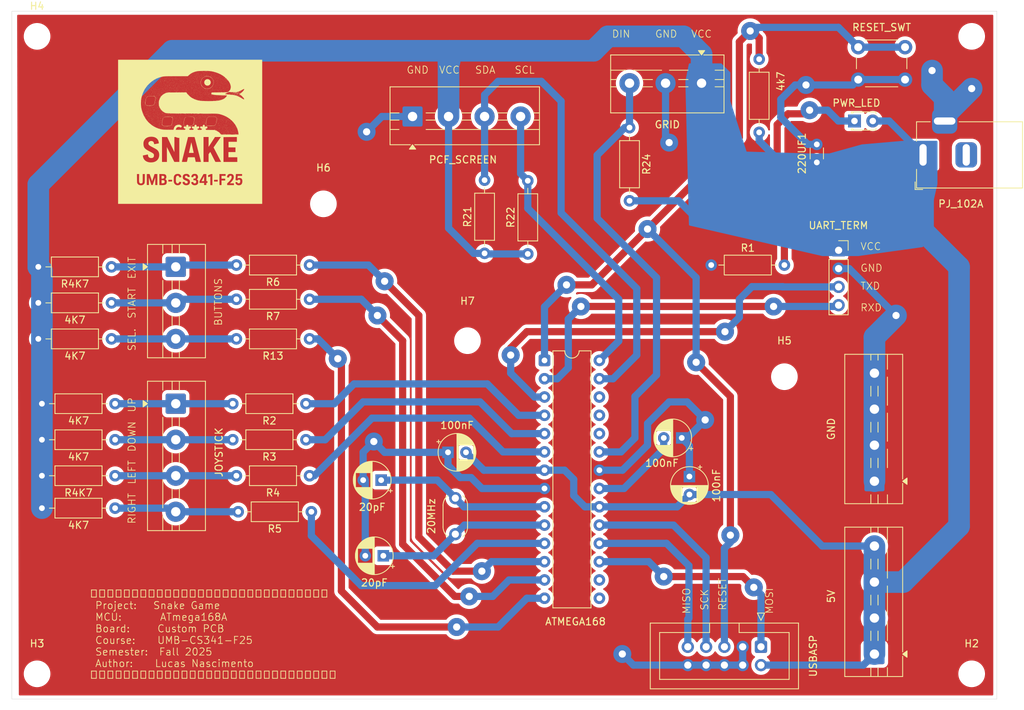
<source format=kicad_pcb>
(kicad_pcb (version 20241229) (generator "pcbnew") (generator_version "9.0")
  (layers (0 "F.Cu" signal) (2 "B.Cu" signal) (13 "F.Paste" user) (15 "B.Paste" user) (5 "F.SilkS" user "F.Silkscreen") (7 "B.SilkS" user "B.Silkscreen") (1 "F.Mask" user) (3 "B.Mask" user) (25 "Edge.Cuts" user))
  (net 0 "")
  (net 1 "/SCL")
  (net 2 "/SDA")
  (net 3 "Net-(U1-PD5)")
  (net 4 "Net-(U1-XTAL2{slash}PB7)")
  (net 6 "Net-(U1-XTAL1{slash}PB6)")
  (net 7 "GND")
  (net 8 "Net-(U1-PD7)")
  (net 9 "Net-(U1-AREF)")
  (net 10 "/SCK")
  (net 12 "Net-(U1-PD2)")
  (net 13 "/MISO")
  (net 14 "Net-(U1-PD6)")
  (net 15 "Net-(U1-PD3)")
  (net 16 "/TXD")
  (net 17 "/RESET")
  (net 19 "Net-(U1-PD4)")
  (net 20 "/MOSI")
  (net 21 "/RXD")
  (net 22 "Net-(U1-PB0)")
  (net 23 "/DIN_GRID")
  (net 24 "/JS_UP")
  (net 25 "/JS_DOWN")
  (net 26 "/JS_LEFT")
  (net 27 "/JS_RIGHT")
  (net 28 "/B_EXIT")
  (net 29 "/B_START")
  (net 30 "/B_SELECT")
  (net 31 "VCC")
  (net 35 "Net-(D1-K)")
  (footprint "LED_THT:LED_D1.8mm_W3.3mm_H2.4mm" (layer "F.Cu") (at 151.73 41.75)
    (property "Reference" "PWR_LED" (at 0.27 -2.5 0) (layer "F.SilkS"))
    (property "Value" "LED")
    (pad "1" thru_hole rect (at 0 0) (size 1.8 1.8) (drill 0.9) (layers "*.Cu" "*.Mask") (net 35 "Net-(D1-K)"))
    (pad "2" thru_hole circle (at 2.54 0) (size 1.8 1.8) (drill 0.9) (layers "*.Cu" "*.Mask") (net 31 "VCC"))
  )
  (footprint "Resistor_THT:R_Axial_DIN0207_L6.3mm_D2.5mm_P10.16mm_Horizontal" (layer "F.Cu") (at 106.375 60.205 90)
    (property "Reference" "R22" (at 5.08 -2.37 90) (layer "F.SilkS"))
    (property "Value" "4.7k")
    (pad "1" thru_hole circle (at 0 0 90) (size 1.6 1.6) (drill 0.8) (layers "*.Cu" "*.Mask") (net 31 "VCC"))
    (pad "2" thru_hole oval (at 10.16 0 90) (size 1.6 1.6) (drill 0.8) (layers "*.Cu" "*.Mask") (net 1 "/SCL"))
  )
  (footprint "Resistor_THT:R_Axial_DIN0207_L6.3mm_D2.5mm_P10.16mm_Horizontal" (layer "F.Cu") (at 76.33 96 180)
    (property "Reference" "R5" (at 5.08 -2.37 0) (layer "F.SilkS"))
    (property "Value" "100")
    (pad "1" thru_hole circle (at 0 0 180) (size 1.6 1.6) (drill 0.8) (layers "*.Cu" "*.Mask") (net 3 "Net-(U1-PD5)"))
    (pad "2" thru_hole oval (at 10.16 0 180) (size 1.6 1.6) (drill 0.8) (layers "*.Cu" "*.Mask") (net 27 "/JS_RIGHT"))
  )
  (footprint "Connector_IDC:IDC-Header_2x05_P2.54mm_Vertical" (layer "F.Cu") (at 138.75 114.75 -90)
    (property "Reference" "USBASP" (at 1.27 -7.25 90) (layer "F.SilkS"))
    (property "Value" "USB_ASP")
    (pad "1" thru_hole roundrect (at 0 0 270) (size 1.7 1.7) (drill 1) (layers "*.Cu" "*.Mask") (roundrect_rratio 0.147059) (net 20 "/MOSI"))
    (pad "2" thru_hole circle (at 2.54 0 270) (size 1.7 1.7) (drill 1) (layers "*.Cu" "*.Mask") (net 31 "VCC"))
    (pad "3" thru_hole circle (at 0 2.54 270) (size 1.7 1.7) (drill 1) (layers "*.Cu" "*.Mask") (net 7 "GND"))
    (pad "4" thru_hole circle (at 2.54 2.54 270) (size 1.7 1.7) (drill 1) (layers "*.Cu" "*.Mask") (net 7 "GND"))
    (pad "5" thru_hole circle (at 0 5.08 270) (size 1.7 1.7) (drill 1) (layers "*.Cu" "*.Mask") (net 17 "/RESET"))
    (pad "6" thru_hole circle (at 2.54 5.08 270) (size 1.7 1.7) (drill 1) (layers "*.Cu" "*.Mask") (net 7 "GND"))
    (pad "7" thru_hole circle (at 0 7.62 270) (size 1.7 1.7) (drill 1) (layers "*.Cu" "*.Mask") (net 10 "/SCK"))
    (pad "8" thru_hole circle (at 2.54 7.62 270) (size 1.7 1.7) (drill 1) (layers "*.Cu" "*.Mask") (net 7 "GND"))
    (pad "9" thru_hole circle (at 0 10.16 270) (size 1.7 1.7) (drill 1) (layers "*.Cu" "*.Mask") (net 13 "/MISO"))
    (pad "10" thru_hole circle (at 2.54 10.16 270) (size 1.7 1.7) (drill 1) (layers "*.Cu" "*.Mask") (net 7 "GND"))
  )
  (footprint "Connector_Pin:snake" (layer "F.Cu") (at 59.5 43.25)
    (property "Reference" "G***" (at 0 0 0) (layer "F.SilkS") (effects (font (size 1.5 1.5) (thickness 0.3))))
    (property "Value" "LOGO" (hide yes))
  )
  (footprint "Capacitor_THT:CP_Radial_D5.0mm_P2.50mm" (layer "F.Cu") (at 95.294888 87.75)
    (property "Reference" "100nF" (at 1.25 -3.75 0) (layer "F.SilkS"))
    (property "Value" "C_Small")
    (pad "1" thru_hole rect (at 0 0) (size 1.6 1.6) (drill 0.8) (layers "*.Cu" "*.Mask") (net 7 "GND"))
    (pad "2" thru_hole circle (at 2.5 0) (size 1.6 1.6) (drill 0.8) (layers "*.Cu" "*.Mask") (net 31 "VCC"))
  )
  (footprint "TerminalBlock:TerminalBlock_MaiXu_MX126-5.0-03P_1x03_P5.00mm" (layer "F.Cu") (at 57.5 62 -90)
    (property "Reference" "J5" (hide yes))
    (property "Value" "BUTTONS")
    (pad "1" thru_hole roundrect (at 0 0 270) (size 2.8 2.8) (drill 1.3) (layers "*.Cu" "*.Mask") (roundrect_rratio 0.089286) (net 28 "/B_EXIT"))
    (pad "2" thru_hole circle (at 5 0 270) (size 2.8 2.8) (drill 1.3) (layers "*.Cu" "*.Mask") (net 29 "/B_START"))
    (pad "3" thru_hole circle (at 10 0 270) (size 2.8 2.8) (drill 1.3) (layers "*.Cu" "*.Mask") (net 30 "/B_SELECT"))
  )
  (footprint "MountingHole:MountingHole_3.2mm_M3" (layer "F.Cu") (at 98 72.25)
    (property "Reference" "H7" (at 0 -5.5 0) (layer "F.SilkS"))
    (property "Value" "MountingHole")
    (pad "" np_thru_hole circle (at 0 0) (size 3.2 3.2) (drill 3.2) (layers "*.Cu" "*.Mask"))
  )
  (footprint "Capacitor_THT:CP_Radial_D5.0mm_P2.50mm" (layer "F.Cu") (at 128.815 91.11 -90)
    (property "Reference" "100nF" (at 1.25 -3.75 90) (layer "F.SilkS"))
    (property "Value" "C_Small")
    (pad "1" thru_hole rect (at 0 0 270) (size 1.6 1.6) (drill 0.8) (layers "*.Cu" "*.Mask") (net 7 "GND"))
    (pad "2" thru_hole circle (at 2.5 0 270) (size 1.6 1.6) (drill 0.8) (layers "*.Cu" "*.Mask") (net 31 "VCC"))
  )
  (footprint "Resistor_THT:R_Axial_DIN0207_L6.3mm_D2.5mm_P10.16mm_Horizontal" (layer "F.Cu") (at 76.08 72 180)
    (property "Reference" "R13" (at 5.08 -2.37 0) (layer "F.SilkS"))
    (property "Value" "100")
    (pad "1" thru_hole circle (at 0 0 180) (size 1.6 1.6) (drill 0.8) (layers "*.Cu" "*.Mask") (net 22 "Net-(U1-PB0)"))
    (pad "2" thru_hole oval (at 10.16 0 180) (size 1.6 1.6) (drill 0.8) (layers "*.Cu" "*.Mask") (net 30 "/B_SELECT"))
  )
  (footprint "Resistor_THT:R_Axial_DIN0207_L6.3mm_D2.5mm_P10.16mm_Horizontal" (layer "F.Cu") (at 131.84 61.75)
    (property "Reference" "R1" (at 5.08 -2.37 0) (layer "F.SilkS"))
    (property "Value" "100")
    (pad "1" thru_hole circle (at 0 0) (size 1.6 1.6) (drill 0.8) (layers "*.Cu" "*.Mask") (net 7 "GND"))
    (pad "2" thru_hole circle (at 10.16 0) (size 1.6 1.6) (drill 0.8) (layers "*.Cu" "*.Mask") (net 35 "Net-(D1-K)"))
  )
  (footprint "Connector_PinSocket_2.54mm:PinSocket_1x04_P2.54mm_Vertical" (layer "F.Cu") (at 149.525 59.7)
    (property "Reference" "UART_TERM" (at -0.025 -3.45 0) (layer "F.SilkS"))
    (property "Value" "UART_TERM")
    (pad "1" thru_hole rect (at 0 0) (size 1.7 1.7) (drill 1) (layers "*.Cu" "*.Mask") (net 31 "VCC"))
    (pad "2" thru_hole circle (at 0 2.54) (size 1.7 1.7) (drill 1) (layers "*.Cu" "*.Mask") (net 7 "GND"))
    (pad "3" thru_hole circle (at 0 5.08) (size 1.7 1.7) (drill 1) (layers "*.Cu" "*.Mask") (net 16 "/TXD"))
    (pad "4" thru_hole circle (at 0 7.62) (size 1.7 1.7) (drill 1) (layers "*.Cu" "*.Mask") (net 21 "/RXD"))
  )
  (footprint "Capacitor_THT:CP_Radial_D5.0mm_P2.50mm" (layer "F.Cu") (at 86.020113 91.61 180)
    (property "Reference" "20pF" (at 1.25 -3.75 0) (layer "F.SilkS"))
    (property "Value" "C_Small")
    (pad "1" thru_hole rect (at 0 0 180) (size 1.6 1.6) (drill 0.8) (layers "*.Cu" "*.Mask") (net 6 "Net-(U1-XTAL1{slash}PB6)"))
    (pad "2" thru_hole circle (at 2.5 0 180) (size 1.6 1.6) (drill 0.8) (layers "*.Cu" "*.Mask") (net 7 "GND"))
  )
  (footprint "Capacitor_THT:C_Disc_D3.0mm_W1.6mm_P2.50mm" (layer "F.Cu") (at 146.5 47.5 90)
    (property "Reference" "220UF1" (at 1.25 -2.05 90) (layer "F.SilkS"))
    (property "Value" "C_Polarized")
    (pad "1" thru_hole circle (at 0 0 90) (size 1.6 1.6) (drill 0.8) (layers "*.Cu" "*.Mask") (net 31 "VCC"))
    (pad "2" thru_hole circle (at 2.5 0 90) (size 1.6 1.6) (drill 0.8) (layers "*.Cu" "*.Mask") (net 7 "GND"))
  )
  (footprint "Resistor_THT:R_Axial_DIN0207_L6.3mm_D2.5mm_P10.16mm_Horizontal" (layer "F.Cu") (at 49.08 91 180)
    (property "Reference" "R4K7" (at 5.08 -2.37 0) (layer "F.SilkS"))
    (property "Value" "4.7k")
    (pad "1" thru_hole circle (at 0 0 180) (size 1.6 1.6) (drill 0.8) (layers "*.Cu" "*.Mask") (net 26 "/JS_LEFT"))
    (pad "2" thru_hole oval (at 10.16 0 180) (size 1.6 1.6) (drill 0.8) (layers "*.Cu" "*.Mask") (net 31 "VCC"))
  )
  (footprint "Resistor_THT:R_Axial_DIN0207_L6.3mm_D2.5mm_P10.16mm_Horizontal" (layer "F.Cu") (at 76.08 61.75 180)
    (property "Reference" "R6" (at 5.08 -2.37 0) (layer "F.SilkS"))
    (property "Value" "100")
    (pad "1" thru_hole circle (at 0 0 180) (size 1.6 1.6) (drill 0.8) (layers "*.Cu" "*.Mask") (net 14 "Net-(U1-PD6)"))
    (pad "2" thru_hole oval (at 10.16 0 180) (size 1.6 1.6) (drill 0.8) (layers "*.Cu" "*.Mask") (net 28 "/B_EXIT"))
  )
  (footprint "Connector_BarrelJack:BarrelJack_Horizontal" (layer "F.Cu") (at 161.25 46.4575 180)
    (property "Reference" "PJ_102A" (at -5.25 -6.7925 0) (layer "F.SilkS"))
    (property "Value" "PJ-102A")
    (pad "1" thru_hole rect (at 0 0 180) (size 3.5 3.5) (drill oval 1 3) (layers "*.Cu" "*.Mask") (net 31 "VCC"))
    (pad "2" thru_hole roundrect (at -6 0 180) (size 3 3.5) (drill oval 1 3) (layers "*.Cu" "*.Mask"))
    (pad "3" thru_hole roundrect (at -3 4.7 180) (size 3.5 3.5) (drill oval 3 1) (layers "*.Cu" "*.Mask") (net 7 "GND"))
  )
  (footprint "Resistor_THT:R_Axial_DIN0207_L6.3mm_D2.5mm_P10.16mm_Horizontal" (layer "F.Cu") (at 76.08 91 180)
    (property "Reference" "R4" (at 5.08 -2.37 0) (layer "F.SilkS"))
    (property "Value" "100")
    (pad "1" thru_hole circle (at 0 0 180) (size 1.6 1.6) (drill 0.8) (layers "*.Cu" "*.Mask") (net 19 "Net-(U1-PD4)"))
    (pad "2" thru_hole oval (at 10.16 0 180) (size 1.6 1.6) (drill 0.8) (layers "*.Cu" "*.Mask") (net 26 "/JS_LEFT"))
  )
  (footprint "TerminalBlock:TerminalBlock_MaiXu_MX126-5.0-04P_1x04_P5.00mm" (layer "F.Cu") (at 154.5 115.76 90)
    (property "Reference" "5V" (at 8.01 -6 90) (layer "F.SilkS"))
    (property "Value" "VCC")
    (pad "1" thru_hole roundrect (at 0 0 90) (size 2.8 2.8) (drill 1.3) (layers "*.Cu" "*.Mask") (roundrect_rratio 0.089286) (net 31 "VCC"))
    (pad "2" thru_hole circle (at 5 0 90) (size 2.8 2.8) (drill 1.3) (layers "*.Cu" "*.Mask") (net 31 "VCC"))
    (pad "3" thru_hole circle (at 10 0 90) (size 2.8 2.8) (drill 1.3) (layers "*.Cu" "*.Mask") (net 31 "VCC"))
    (pad "4" thru_hole circle (at 15 0 90) (size 2.8 2.8) (drill 1.3) (layers "*.Cu" "*.Mask") (net 31 "VCC"))
  )
  (footprint "Resistor_THT:R_Axial_DIN0207_L6.3mm_D2.5mm_P10.16mm_Horizontal" (layer "F.Cu") (at 138.5 33.17 -90)
    (property "Reference" "4k7" (at 3.08 -3 90) (layer "F.SilkS"))
    (property "Value" "4.7k")
    (pad "1" thru_hole circle (at 0 0 270) (size 1.6 1.6) (drill 0.8) (layers "*.Cu" "*.Mask") (net 17 "/RESET"))
    (pad "2" thru_hole oval (at 10.16 0 270) (size 1.6 1.6) (drill 0.8) (layers "*.Cu" "*.Mask") (net 31 "VCC"))
  )
  (footprint "MountingHole:MountingHole_3.2mm_M3" (layer "F.Cu") (at 38.25 30)
    (property "Reference" "H4" (at 0 -4.2 0) (layer "F.SilkS"))
    (property "Value" "MountingHole")
    (pad "" np_thru_hole circle (at 0 0) (size 3.2 3.2) (drill 3.2) (layers "*.Cu" "*.Mask"))
  )
  (footprint "Capacitor_THT:CP_Radial_D5.0mm_P2.50mm" (layer "F.Cu") (at 127.75 85.75 180)
    (property "Reference" "100nF" (at 2.75 -3.5 0) (layer "F.SilkS"))
    (property "Value" "C_Small")
    (pad "1" thru_hole rect (at 0 0 180) (size 1.6 1.6) (drill 0.8) (layers "*.Cu" "*.Mask") (net 7 "GND"))
    (pad "2" thru_hole circle (at 2.5 0 180) (size 1.6 1.6) (drill 0.8) (layers "*.Cu" "*.Mask") (net 9 "Net-(U1-AREF)"))
  )
  (footprint "Resistor_THT:R_Axial_DIN0207_L6.3mm_D2.5mm_P10.16mm_Horizontal" (layer "F.Cu") (at 75.58 86 180)
    (property "Reference" "R3" (at 5.08 -2.37 0) (layer "F.SilkS"))
    (property "Value" "100")
    (pad "1" thru_hole circle (at 0 0 180) (size 1.6 1.6) (drill 0.8) (layers "*.Cu" "*.Mask") (net 15 "Net-(U1-PD3)"))
    (pad "2" thru_hole oval (at 10.16 0 180) (size 1.6 1.6) (drill 0.8) (layers "*.Cu" "*.Mask") (net 25 "/JS_DOWN"))
  )
  (footprint "Resistor_THT:R_Axial_DIN0207_L6.3mm_D2.5mm_P10.16mm_Horizontal" (layer "F.Cu") (at 48.58 67 180)
    (property "Reference" "4K7" (at 5.08 -2.37 0) (layer "F.SilkS"))
    (property "Value" "4.7k")
    (pad "1" thru_hole circle (at 0 0 180) (size 1.6 1.6) (drill 0.8) (layers "*.Cu" "*.Mask") (net 29 "/B_START"))
    (pad "2" thru_hole oval (at 10.16 0 180) (size 1.6 1.6) (drill 0.8) (layers "*.Cu" "*.Mask") (net 31 "VCC"))
  )
  (footprint "TerminalBlock:TerminalBlock_MaiXu_MX126-5.0-04P_1x04_P5.00mm" (layer "F.Cu") (at 90.375 41.125)
    (property "Reference" "PCF_SCREEN" (at 7 6 0) (layer "F.SilkS"))
    (property "Value" "PCF_SCREEN")
    (pad "1" thru_hole roundrect (at 0 0) (size 2.8 2.8) (drill 1.3) (layers "*.Cu" "*.Mask") (roundrect_rratio 0.089286) (net 7 "GND"))
    (pad "2" thru_hole circle (at 5 0) (size 2.8 2.8) (drill 1.3) (layers "*.Cu" "*.Mask") (net 31 "VCC"))
    (pad "3" thru_hole circle (at 10 0) (size 2.8 2.8) (drill 1.3) (layers "*.Cu" "*.Mask") (net 2 "/SDA"))
    (pad "4" thru_hole circle (at 15 0) (size 2.8 2.8) (drill 1.3) (layers "*.Cu" "*.Mask") (net 1 "/SCL"))
  )
  (footprint "Resistor_THT:R_Axial_DIN0207_L6.3mm_D2.5mm_P10.16mm_Horizontal" (layer "F.Cu") (at 49.08 95.5 180)
    (property "Reference" "4K7" (at 5.08 -2.37 0) (layer "F.SilkS"))
    (property "Value" "4.7k")
    (pad "1" thru_hole circle (at 0 0 180) (size 1.6 1.6) (drill 0.8) (layers "*.Cu" "*.Mask") (net 27 "/JS_RIGHT"))
    (pad "2" thru_hole oval (at 10.16 0 180) (size 1.6 1.6) (drill 0.8) (layers "*.Cu" "*.Mask") (net 31 "VCC"))
  )
  (footprint "MountingHole:MountingHole_3.2mm_M3" (layer "F.Cu") (at 38.25 118.5)
    (property "Reference" "H3" (at 0 -4.2 0) (layer "F.SilkS"))
    (property "Value" "MountingHole")
    (pad "" np_thru_hole circle (at 0 0) (size 3.2 3.2) (drill 3.2) (layers "*.Cu" "*.Mask"))
  )
  (footprint "TerminalBlock:TerminalBlock_MaiXu_MX126-5.0-04P_1x04_P5.00mm" (layer "F.Cu") (at 154.5 91.76 90)
    (property "Reference" "GND" (at 7.25 -6 90) (layer "F.SilkS"))
    (property "Value" "GROUND")
    (pad "1" thru_hole roundrect (at 0 0 90) (size 2.8 2.8) (drill 1.3) (layers "*.Cu" "*.Mask") (roundrect_rratio 0.089286) (net 7 "GND"))
    (pad "2" thru_hole circle (at 5 0 90) (size 2.8 2.8) (drill 1.3) (layers "*.Cu" "*.Mask") (net 7 "GND"))
    (pad "3" thru_hole circle (at 10 0 90) (size 2.8 2.8) (drill 1.3) (layers "*.Cu" "*.Mask") (net 7 "GND"))
    (pad "4" thru_hole circle (at 15 0 90) (size 2.8 2.8) (drill 1.3) (layers "*.Cu" "*.Mask") (net 7 "GND"))
  )
  (footprint "Button_Switch_THT:SW_PUSH_6mm" (layer "F.Cu") (at 152.25 31.5)
    (property "Reference" "RESET_SWT" (at 3.25 -2.75 0) (layer "F.SilkS"))
    (property "Value" "SW_Push")
    (pad "1" thru_hole circle (at 0 0 90) (size 2 2) (drill 1.1) (layers "*.Cu" "*.Mask") (net 17 "/RESET"))
    (pad "1" thru_hole circle (at 6.5 0 90) (size 2 2) (drill 1.1) (layers "*.Cu" "*.Mask") (net 17 "/RESET"))
    (pad "2" thru_hole circle (at 0 4.5 90) (size 2 2) (drill 1.1) (layers "*.Cu" "*.Mask") (net 7 "GND"))
    (pad "2" thru_hole circle (at 6.5 4.5 90) (size 2 2) (drill 1.1) (layers "*.Cu" "*.Mask") (net 7 "GND"))
  )
  (footprint "Resistor_THT:R_Axial_DIN0207_L6.3mm_D2.5mm_P10.16mm_Horizontal" (layer "F.Cu") (at 76.08 66.5 180)
    (property "Reference" "R7" (at 5.08 -2.37 0) (layer "F.SilkS"))
    (property "Value" "100")
    (pad "1" thru_hole circle (at 0 0 180) (size 1.6 1.6) (drill 0.8) (layers "*.Cu" "*.Mask") (net 8 "Net-(U1-PD7)"))
    (pad "2" thru_hole oval (at 10.16 0 180) (size 1.6 1.6) (drill 0.8) (layers "*.Cu" "*.Mask") (net 29 "/B_START"))
  )
  (footprint "Resistor_THT:R_Axial_DIN0207_L6.3mm_D2.5mm_P10.16mm_Horizontal" (layer "F.Cu") (at 48.58 72 180)
    (property "Reference" "4K7" (at 5.08 -2.37 0) (layer "F.SilkS"))
    (property "Value" "4.7k")
    (pad "1" thru_hole circle (at 0 0 180) (size 1.6 1.6) (drill 0.8) (layers "*.Cu" "*.Mask") (net 30 "/B_SELECT"))
    (pad "2" thru_hole oval (at 10.16 0 180) (size 1.6 1.6) (drill 0.8) (layers "*.Cu" "*.Mask") (net 31 "VCC"))
  )
  (footprint "Capacitor_THT:CP_Radial_D5.0mm_P2.50mm" (layer "F.Cu") (at 86.315 102.11 180)
    (property "Reference" "20pF" (at 1.25 -3.75 0) (layer "F.SilkS"))
    (property "Value" "C_Small")
    (pad "1" thru_hole rect (at 0 0 180) (size 1.6 1.6) (drill 0.8) (layers "*.Cu" "*.Mask") (net 4 "Net-(U1-XTAL2{slash}PB7)"))
    (pad "2" thru_hole circle (at 2.5 0 180) (size 1.6 1.6) (drill 0.8) (layers "*.Cu" "*.Mask") (net 7 "GND"))
  )
  (footprint "Resistor_THT:R_Axial_DIN0207_L6.3mm_D2.5mm_P10.16mm_Horizontal" (layer "F.Cu") (at 49.08 81 180)
    (property "Reference" "4K7" (at 5.08 -2.37 0) (layer "F.SilkS"))
    (property "Value" "4.7k")
    (pad "1" thru_hole circle (at 0 0 180) (size 1.6 1.6) (drill 0.8) (layers "*.Cu" "*.Mask") (net 24 "/JS_UP"))
    (pad "2" thru_hole oval (at 10.16 0 180) (size 1.6 1.6) (drill 0.8) (layers "*.Cu" "*.Mask") (net 31 "VCC"))
  )
  (footprint "MountingHole:MountingHole_3.2mm_M3" (layer "F.Cu") (at 78 53.25)
    (property "Reference" "H6" (at 0 -5 0) (layer "F.SilkS"))
    (property "Value" "MountingHole")
    (pad "" np_thru_hole circle (at 0 0) (size 3.2 3.2) (drill 3.2) (layers "*.Cu" "*.Mask"))
  )
  (footprint "MountingHole:MountingHole_3.2mm_M3" (layer "F.Cu") (at 168 118.5)
    (property "Reference" "H2" (at 0 -4.2 0) (layer "F.SilkS"))
    (property "Value" "MountingHole")
    (pad "" np_thru_hole circle (at 0 0) (size 3.2 3.2) (drill 3.2) (layers "*.Cu" "*.Mask"))
  )
  (footprint "TerminalBlock:TerminalBlock_MaiXu_MX126-5.0-04P_1x04_P5.00mm" (layer "F.Cu") (at 57.5 81 -90)
    (property "Reference" "JOYSTICK" (at 6.75 -6 90) (layer "F.SilkS"))
    (property "Value" "JOYSTICK")
    (pad "1" thru_hole roundrect (at 0 0 270) (size 2.8 2.8) (drill 1.3) (layers "*.Cu" "*.Mask") (roundrect_rratio 0.089286) (net 24 "/JS_UP"))
    (pad "2" thru_hole circle (at 5 0 270) (size 2.8 2.8) (drill 1.3) (layers "*.Cu" "*.Mask") (net 25 "/JS_DOWN"))
    (pad "3" thru_hole circle (at 10 0 270) (size 2.8 2.8) (drill 1.3) (layers "*.Cu" "*.Mask") (net 26 "/JS_LEFT"))
    (pad "4" thru_hole circle (at 15 0 270) (size 2.8 2.8) (drill 1.3) (layers "*.Cu" "*.Mask") (net 27 "/JS_RIGHT"))
  )
  (footprint "Package_DIP:DIP-28_W7.62mm" (layer "F.Cu") (at 108.695 74.99)
    (property "Reference" "ATMEGA168" (at 4.305 36.26 0) (layer "F.SilkS"))
    (property "Value" "ATmega168A-P")
    (pad "1" thru_hole roundrect (at 0 0) (size 1.6 1.6) (drill 0.8) (layers "*.Cu" "*.Mask") (roundrect_rratio 0.15625) (net 17 "/RESET"))
    (pad "2" thru_hole circle (at 0 2.54) (size 1.6 1.6) (drill 0.8) (layers "*.Cu" "*.Mask") (net 21 "/RXD"))
    (pad "3" thru_hole circle (at 0 5.08) (size 1.6 1.6) (drill 0.8) (layers "*.Cu" "*.Mask") (net 16 "/TXD"))
    (pad "4" thru_hole circle (at 0 7.62) (size 1.6 1.6) (drill 0.8) (layers "*.Cu" "*.Mask") (net 12 "Net-(U1-PD2)"))
    (pad "5" thru_hole circle (at 0 10.16) (size 1.6 1.6) (drill 0.8) (layers "*.Cu" "*.Mask") (net 15 "Net-(U1-PD3)"))
    (pad "6" thru_hole circle (at 0 12.7) (size 1.6 1.6) (drill 0.8) (layers "*.Cu" "*.Mask") (net 19 "Net-(U1-PD4)"))
    (pad "7" thru_hole circle (at 0 15.24) (size 1.6 1.6) (drill 0.8) (layers "*.Cu" "*.Mask") (net 31 "VCC"))
    (pad "8" thru_hole circle (at 0 17.78) (size 1.6 1.6) (drill 0.8) (layers "*.Cu" "*.Mask") (net 7 "GND"))
    (pad "9" thru_hole circle (at 0 20.32) (size 1.6 1.6) (drill 0.8) (layers "*.Cu" "*.Mask") (net 6 "Net-(U1-XTAL1{slash}PB6)"))
    (pad "10" thru_hole circle (at 0 22.86) (size 1.6 1.6) (drill 0.8) (layers "*.Cu" "*.Mask") (net 4 "Net-(U1-XTAL2{slash}PB7)"))
    (pad "11" thru_hole circle (at 0 25.4) (size 1.6 1.6) (drill 0.8) (layers "*.Cu" "*.Mask") (net 3 "Net-(U1-PD5)"))
    (pad "12" thru_hole circle (at 0 27.94) (size 1.6 1.6) (drill 0.8) (layers "*.Cu" "*.Mask") (net 14 "Net-(U1-PD6)"))
    (pad "13" thru_hole circle (at 0 30.48) (size 1.6 1.6) (drill 0.8) (layers "*.Cu" "*.Mask") (net 8 "Net-(U1-PD7)"))
    (pad "14" thru_hole circle (at 0 33.02) (size 1.6 1.6) (drill 0.8) (layers "*.Cu" "*.Mask") (net 22 "Net-(U1-PB0)"))
    (pad "15" thru_hole circle (at 7.62 33.02) (size 1.6 1.6) (drill 0.8) (layers "*.Cu" "*.Mask"))
    (pad "16" thru_hole circle (at 7.62 30.48) (size 1.6 1.6) (drill 0.8) (layers "*.Cu" "*.Mask"))
    (pad "17" thru_hole circle (at 7.62 27.94) (size 1.6 1.6) (drill 0.8) (layers "*.Cu" "*.Mask") (net 20 "/MOSI"))
    (pad "18" thru_hole circle (at 7.62 25.4) (size 1.6 1.6) (drill 0.8) (layers "*.Cu" "*.Mask") (net 13 "/MISO"))
    (pad "19" thru_hole circle (at 7.62 22.86) (size 1.6 1.6) (drill 0.8) (layers "*.Cu" "*.Mask") (net 10 "/SCK"))
    (pad "20" thru_hole circle (at 7.62 20.32) (size 1.6 1.6) (drill 0.8) (layers "*.Cu" "*.Mask") (net 31 "VCC"))
    (pad "21" thru_hole circle (at 7.62 17.78) (size 1.6 1.6) (drill 0.8) (layers "*.Cu" "*.Mask") (net 9 "Net-(U1-AREF)"))
    (pad "22" thru_hole circle (at 7.62 15.24) (size 1.6 1.6) (drill 0.8) (layers "*.Cu" "*.Mask") (net 7 "GND"))
    (pad "23" thru_hole circle (at 7.62 12.7) (size 1.6 1.6) (drill 0.8) (layers "*.Cu" "*.Mask") (net 23 "/DIN_GRID"))
    (pad "24" thru_hole circle (at 7.62 10.16) (size 1.6 1.6) (drill 0.8) (layers "*.Cu" "*.Mask"))
    (pad "25" thru_hole circle (at 7.62 7.62) (size 1.6 1.6) (drill 0.8) (layers "*.Cu" "*.Mask"))
    (pad "26" thru_hole circle (at 7.62 5.08) (size 1.6 1.6) (drill 0.8) (layers "*.Cu" "*.Mask"))
    (pad "27" thru_hole circle (at 7.62 2.54) (size 1.6 1.6) (drill 0.8) (layers "*.Cu" "*.Mask") (net 2 "/SDA"))
    (pad "28" thru_hole circle (at 7.62 0) (size 1.6 1.6) (drill 0.8) (layers "*.Cu" "*.Mask") (net 1 "/SCL"))
  )
  (footprint "TerminalBlock:TerminalBlock_MaiXu_MX126-5.0-03P_1x03_P5.00mm" (layer "F.Cu") (at 130.5 36.5 180)
    (property "Reference" "GRID" (at 4.75 -5.75 0) (layer "F.SilkS"))
    (property "Value" "GRID")
    (pad "1" thru_hole roundrect (at 0 0 180) (size 2.8 2.8) (drill 1.3) (layers "*.Cu" "*.Mask") (roundrect_rratio 0.089286) (net 31 "VCC"))
    (pad "2" thru_hole circle (at 5 0 180) (size 2.8 2.8) (drill 1.3) (layers "*.Cu" "*.Mask") (net 7 "GND"))
    (pad "3" thru_hole circle (at 10 0 180) (size 2.8 2.8) (drill 1.3) (layers "*.Cu" "*.Mask") (net 23 "/DIN_GRID"))
  )
  (footprint "MountingHole:MountingHole_3.2mm_M3" (layer "F.Cu") (at 168 30)
    (property "Reference" "H1" (at 0 0 0) (layer "F.SilkS"))
    (property "Value" "MountingHole")
    (pad "" np_thru_hole circle (at 0 0) (size 3.2 3.2) (drill 3.2) (layers "*.Cu" "*.Mask"))
  )
  (footprint "Crystal:Resonator-2Pin_W6.0mm_H3.0mm" (layer "F.Cu") (at 96.315 99.11 90)
    (property "Reference" "20MHz" (at 2.5 -3.315 90) (layer "F.SilkS"))
    (property "Value" "Crystal")
    (pad "1" thru_hole circle (at 0 0 90) (size 1.7 1.7) (drill 1) (layers "*.Cu" "*.Mask") (net 4 "Net-(U1-XTAL2{slash}PB7)"))
    (pad "2" thru_hole circle (at 5 0 90) (size 1.7 1.7) (drill 1) (layers "*.Cu" "*.Mask") (net 6 "Net-(U1-XTAL1{slash}PB6)"))
  )
  (footprint "Resistor_THT:R_Axial_DIN0207_L6.3mm_D2.5mm_P10.16mm_Horizontal" (layer "F.Cu") (at 49.08 86 180)
    (property "Reference" "4K7" (at 5.08 -2.37 0) (layer "F.SilkS"))
    (property "Value" "4.7k")
    (pad "1" thru_hole circle (at 0 0 180) (size 1.6 1.6) (drill 0.8) (layers "*.Cu" "*.Mask") (net 25 "/JS_DOWN"))
    (pad "2" thru_hole oval (at 10.16 0 180) (size 1.6 1.6) (drill 0.8) (layers "*.Cu" "*.Mask") (net 31 "VCC"))
  )
  (footprint "Resistor_THT:R_Axial_DIN0207_L6.3mm_D2.5mm_P10.16mm_Horizontal" (layer "F.Cu") (at 100.375 60.125 90)
    (property "Reference" "R21" (at 5.08 -2.37 90) (layer "F.SilkS"))
    (property "Value" "4.7k")
    (pad "1" thru_hole circle (at 0 0 90) (size 1.6 1.6) (drill 0.8) (layers "*.Cu" "*.Mask") (net 31 "VCC"))
    (pad "2" thru_hole oval (at 10.16 0 90) (size 1.6 1.6) (drill 0.8) (layers "*.Cu" "*.Mask") (net 2 "/SDA"))
  )
  (footprint "Resistor_THT:R_Axial_DIN0207_L6.3mm_D2.5mm_P10.16mm_Horizontal" (layer "F.Cu") (at 75.58 81 180)
    (property "Reference" "R2" (at 5.08 -2.37 0) (layer "F.SilkS"))
    (property "Value" "100")
    (pad "1" thru_hole circle (at 0 0 180) (size 1.6 1.6) (drill 0.8) (layers "*.Cu" "*.Mask") (net 12 "Net-(U1-PD2)"))
    (pad "2" thru_hole oval (at 10.16 0 180) (size 1.6 1.6) (drill 0.8) (layers "*.Cu" "*.Mask") (net 24 "/JS_UP"))
  )
  (footprint "Resistor_THT:R_Axial_DIN0207_L6.3mm_D2.5mm_P10.16mm_Horizontal" (layer "F.Cu") (at 120.5 42.67 -90)
    (property "Reference" "R24" (at 5.08 -2.37 90) (layer "F.SilkS"))
    (property "Value" "4.7k")
    (pad "1" thru_hole circle (at 0 0 270) (size 1.6 1.6) (drill 0.8) (layers "*.Cu" "*.Mask") (net 23 "/DIN_GRID"))
    (pad "2" thru_hole oval (at 10.16 0 270) (size 1.6 1.6) (drill 0.8) (layers "*.Cu" "*.Mask") (net 31 "VCC"))
  )
  (footprint "MountingHole:MountingHole_3.2mm_M3" (layer "F.Cu") (at 142 77.25)
    (property "Reference" "H5" (at 0 -5 0) (layer "F.SilkS"))
    (property "Value" "MountingHole")
    (pad "" np_thru_hole circle (at 0 0) (size 3.2 3.2) (drill 3.2) (layers "*.Cu" "*.Mask"))
  )
  (footprint "Resistor_THT:R_Axial_DIN0207_L6.3mm_D2.5mm_P10.16mm_Horizontal" (layer "F.Cu") (at 48.58 62 180)
    (property "Reference" "R4K7" (at 5.08 -2.37 0) (layer "F.SilkS"))
    (property "Value" "4.7k")
    (pad "1" thru_hole circle (at 0 0 180) (size 1.6 1.6) (drill 0.8) (layers "*.Cu" "*.Mask") (net 28 "/B_EXIT"))
    (pad "2" thru_hole oval (at 10.16 0 180) (size 1.6 1.6) (drill 0.8) (layers "*.Cu" "*.Mask") (net 31 "VCC"))
  )
  (gr_rect (start 34.75 26.5) (end 171.5 122) (stroke (width 0.05)) (fill no) (layer "Edge.Cuts"))
  (gr_text "MOSI" (at 140.5 110.25 90) (layer "F.SilkS") (effects (font (size 1 1) (thickness 0.1)) (justify left bottom)))
  (gr_text "BUTTONS" (at 64 70.25 90) (layer "F.SilkS") (effects (font (size 1 1) (thickness 0.1)) (justify left bottom)))
  (gr_text "UP" (at 52 82.25 90) (layer "F.SilkS") (effects (font (size 1 1) (thickness 0.1)) (justify left bottom)))
  (gr_text "DOWN" (at 52 87.75 90) (layer "F.SilkS") (effects (font (size 1 1) (thickness 0.1)) (justify left bottom)))
  (gr_text "DIN" (at 118 30.25 0) (layer "F.SilkS") (effects (font (size 1 1) (thickness 0.1)) (justify left bottom)))
  (gr_text "VCC" (at 94 35.25 0) (layer "F.SilkS") (effects (font (size 1 1) (thickness 0.1)) (justify left bottom)))
  (gr_text "LEFT" (at 52 92.25 90) (layer "F.SilkS") (effects (font (size 1 1) (thickness 0.1)) (justify left bottom)))
  (gr_text "SEL." (at 52 73.75 90) (layer "F.SilkS") (effects (font (size 1 1) (thickness 0.1)) (justify left bottom)))
  (gr_text "SDA" (at 99 35.25 0) (layer "F.SilkS") (effects (font (size 1 1) (thickness 0.1)) (justify left bottom)))
  (gr_text "START" (at 52 69.25 90) (layer "F.SilkS") (effects (font (size 1 1) (thickness 0.1)) (justify left bottom)))
  (gr_text "VCC" (at 152.5 59.75 0) (layer "F.SilkS") (effects (font (size 1 1) (thickness 0.1)) (justify left bottom)))
  (gr_text "GND" (at 89.5 35.25 0) (layer "F.SilkS") (effects (font (size 1 1) (thickness 0.1)) (justify left bottom)))
  (gr_text "MISO" (at 129 110.25 90) (layer "F.SilkS") (effects (font (size 1 1) (thickness 0.1)) (justify left bottom)))
  (gr_text "GND" (at 152.5 62.75 0) (layer "F.SilkS") (effects (font (size 1 1) (thickness 0.1)) (justify left bottom)))
  (gr_text "RIGHT" (at 52 97.75 90) (layer "F.SilkS") (effects (font (size 1 1) (thickness 0.1)) (justify left bottom)))
  (gr_text "SCL" (at 104.5 35.25 0) (layer "F.SilkS") (effects (font (size 1 1) (thickness 0.1)) (justify left bottom)))
  (gr_text "VCC" (at 129 30.25 0) (layer "F.SilkS") (effects (font (size 1 1) (thickness 0.1)) (justify left bottom)))
  (gr_text "TXD" (at 152.5 65.25 0) (layer "F.SilkS") (effects (font (size 1 1) (thickness 0.1)) (justify left bottom)))
  (gr_text "GND" (at 124 30.25 0) (layer "F.SilkS") (effects (font (size 1 1) (thickness 0.1)) (justify left bottom)))
  (gr_text "RXD" (at 152.5 68.25 0) (layer "F.SilkS") (effects (font (size 1 1) (thickness 0.1)) (justify left bottom)))
  (gr_text "═════════════════════════════\n Project:   Snake Game\n MCU:       ATmega168A\n Board:     Custom PCB\n Course:    UMB-CS341-F25\n Semester:  Fall 2025\n Author:    Lucas Nascimento\n══════════════════════════════" (at 45.5 119.25 0) (layer "F.SilkS") (effects (font (size 1 1) (thickness 0.1)) (justify left bottom)))
  (gr_text "SCK" (at 131.5 109.75 90) (layer "F.SilkS") (effects (font (size 1 1) (thickness 0.1)) (justify left bottom)))
  (gr_text "EXIT" (at 52 63.75 90) (layer "F.SilkS") (effects (font (size 1 1) (thickness 0.1)) (justify left bottom)))
  (gr_text "RESET" (at 134 109.75 90) (layer "F.SilkS") (effects (font (size 1 1) (thickness 0.1)) (justify left bottom)))
  (segment (start 119 66.5) (end 106.375 53.875) (width 1) (layer "B.Cu") (net 1))
  (segment (start 119 72.305) (end 119 66.5) (width 1) (layer "B.Cu") (net 1))
  (segment (start 105.375 41.125) (end 105.375 49.045) (width 1) (layer "B.Cu") (net 1))
  (segment (start 116.315 74.99) (end 119 72.305) (width 1) (layer "B.Cu") (net 1))
  (segment (start 105.375 49.045) (end 106.375 50.045) (width 1) (layer "B.Cu") (net 1))
  (segment (start 106.375 53.875) (end 106.375 50.045) (width 1) (layer "B.Cu") (net 1))
  (segment (start 100.375 38.125) (end 100.375 41.125) (width 1) (layer "B.Cu") (net 2))
  (segment (start 111 39) (end 108.25 36.25) (width 1) (layer "B.Cu") (net 2))
  (segment (start 100.375 41.125) (end 100.375 49.965) (width 1) (layer "B.Cu") (net 2))
  (segment (start 102.25 36.25) (end 100.375 38.125) (width 1) (layer "B.Cu") (net 2))
  (segment (start 118.22 77.53) (end 121.5 74.25) (width 1) (layer "B.Cu") (net 2))
  (segment (start 108.25 36.25) (end 102.25 36.25) (width 1) (layer "B.Cu") (net 2))
  (segment (start 121.5 74.25) (end 121.5 65) (width 1) (layer "B.Cu") (net 2))
  (segment (start 121.5 65) (end 111 54.5) (width 1) (layer "B.Cu") (net 2))
  (segment (start 111 54.5) (end 111 39) (width 1) (layer "B.Cu") (net 2))
  (segment (start 116.315 77.53) (end 118.22 77.53) (width 1) (layer "B.Cu") (net 2))
  (segment (start 76.33 99.33) (end 83.25 106.25) (width 1) (layer "B.Cu") (net 3))
  (segment (start 83.25 106.25) (end 93.5 106.25) (width 1) (layer "B.Cu") (net 3))
  (segment (start 93.5 106.25) (end 99.36 100.39) (width 1) (layer "B.Cu") (net 3))
  (segment (start 76.33 96) (end 76.33 99.33) (width 1) (layer "B.Cu") (net 3))
  (segment (start 99.36 100.39) (end 108.695 100.39) (width 1) (layer "B.Cu") (net 3))
  (segment (start 96.315 99.11) (end 97.575 97.85) (width 1) (layer "B.Cu") (net 4))
  (segment (start 93.315 102.11) (end 96.315 99.11) (width 1) (layer "B.Cu") (net 4))
  (segment (start 86.315 102.11) (end 93.315 102.11) (width 1) (layer "B.Cu") (net 4))
  (segment (start 97.575 97.85) (end 108.695 97.85) (width 1) (layer "B.Cu") (net 4))
  (segment (start 93.815 91.61) (end 96.315 94.11) (width 1) (layer "B.Cu") (net 6))
  (segment (start 96.315 94.11) (end 97.515 95.31) (width 1) (layer "B.Cu") (net 6))
  (segment (start 86.020113 91.61) (end 93.815 91.61) (width 1) (layer "B.Cu") (net 6))
  (segment (start 97.515 95.31) (end 108.695 95.31) (width 1) (layer "B.Cu") (net 6))
  (via (at 119.5 115.75) (size 2.5) (drill 1) (layers "F.Cu" "B.Cu") (net 7))
  (via (at 84 43.25) (size 2.5) (drill 1) (layers "F.Cu" "B.Cu") (net 7))
  (via (at 145 36.75) (size 2.5) (drill 1) (layers "F.Cu" "B.Cu") (net 7))
  (via (at 168 37.25) (size 2.5) (drill 1) (layers "F.Cu" "B.Cu") (net 7))
  (via (at 131 83.25) (size 2.5) (drill 1) (layers "F.Cu" "B.Cu") (net 7))
  (via (at 162.5 34.75) (size 2.5) (drill 1) (layers "F.Cu" "B.Cu") (net 7))
  (via (at 157.5 68.75) (size 2.5) (drill 1) (layers "F.Cu" "B.Cu") (net 7))
  (via (at 126 44.75) (size 2.5) (drill 1) (layers "F.Cu" "B.Cu") (net 7))
  (via (at 85 86.25) (size 2.5) (drill 1) (layers "F.Cu" "B.Cu") (net 7))
  (segment (start 108.695 92.77) (end 100.02 92.77) (width 1) (layer "B.Cu") (net 7))
  (segment (start 128.5 80.75) (end 131 83.25) (width 1) (layer "B.Cu") (net 7))
  (segment (start 151.5 36.75) (end 152.25 36) (width 1) (layer "B.Cu") (net 7))
  (segment (start 100.02 92.77) (end 98.5 91.25) (width 1) (layer "B.Cu") (net 7))
  (segment (start 143.49377 36.75) (end 141.5 38.74377) (width 1) (layer "B.Cu") (net 7))
  (segment (start 145 36.75) (end 151.5 36.75) (width 1) (layer "B.Cu") (net 7))
  (segment (start 116.315 90.23) (end 119.52 90.23) (width 1) (layer "B.Cu") (net 7))
  (segment (start 150.99 62.24) (end 157.5 68.75) (width 1) (layer "B.Cu") (net 7))
  (segment (start 128.59 117.29) (end 136.21 117.29) (width 1) (layer "B.Cu") (net 7))
  (segment (start 86.125 41.125) (end 84 43.25) (width 1) (layer "B.Cu") (net 7))
  (segment (start 141.5 38.74377) (end 141.5 41.25) (width 1) (layer "B.Cu") (net 7))
  (segment (start 123 83.75) (end 126 80.75) (width 1) (layer "B.Cu") (net 7))
  (segment (start 154.5 71.75) (end 157.5 68.75) (width 3) (layer "B.Cu") (net 7))
  (segment (start 128.5 85.75) (end 131 83.25) (width 1) (layer "B.Cu") (net 7))
  (segment (start 128.59 117.29) (end 121.04 117.29) (width 1) (layer "B.Cu") (net 7))
  (segment (start 128.815 91.11) (end 128.815 86.815) (width 1) (layer "B.Cu") (net 7))
  (segment (start 149.525 62.24) (end 150.99 62.24) (width 1) (layer "B.Cu") (net 7))
  (segment (start 164.25 38.5) (end 164.25 41.7575) (width 3) (layer "B.Cu") (net 7))
  (segment (start 162.5 36.75) (end 164.25 38.5) (width 3) (layer "B.Cu") (net 7))
  (segment (start 83.520113 91.61) (end 83.520113 87.729887) (width 1) (layer "B.Cu") (net 7))
  (segment (start 123 86.75) (end 123 83.75) (width 1) (layer "B.Cu") (net 7))
  (segment (start 86.5 87.75) (end 85 86.25) (width 1) (layer "B.Cu") (net 7))
  (segment (start 145.25 45) (end 146.5 45) (width 1) (layer "B.Cu") (net 7))
  (segment (start 164.25 41.7575) (end 164.25 41) (width 3) (layer "B.Cu") (net 7))
  (segment (start 95.294888 89.544888) (end 95.294888 87.75) (width 1) (layer "B.Cu") (net 7))
  (segment (start 90.375 41.125) (end 86.125 41.125) (width 1) (layer "B.Cu") (net 7))
  (segment (start 141.5 41.25) (end 145.25 45) (width 1) (layer "B.Cu") (net 7))
  (segment (start 162.5 34.75) (end 162.5 36.75) (width 3) (layer "B.Cu") (net 7))
  (segment (start 127.75 85.75) (end 128.5 85.75) (width 1) (layer "B.Cu") (net 7))
  (segment (start 83.815 102.11) (end 83.815 91.904887) (width 1) (layer "B.Cu") (net 7))
  (segment (start 164.25 41) (end 168 37.25) (width 3) (layer "B.Cu") (net 7))
  (segment (start 83.815 91.904887) (end 83.520113 91.61) (width 1) (layer "B.Cu") (net 7))
  (segment (start 119.52 90.23) (end 123 86.75) (width 1) (layer "B.Cu") (net 7))
  (segment (start 125.5 44.25) (end 126 44.75) (width 1) (layer "B.Cu") (net 7))
  (segment (start 152.25 36) (end 158.75 36) (width 1) (layer "B.Cu") (net 7))
  (segment (start 125.5 36.5) (end 125.5 44.25) (width 1) (layer "B.Cu") (net 7))
  (segment (start 83.520113 87.729887) (end 85 86.25) (width 1) (layer "B.Cu") (net 7))
  (segment (start 136.21 114.75) (end 136.21 117.29) (width 1) (layer "B.Cu") (net 7))
  (segment (start 126 80.75) (end 128.5 80.75) (width 1) (layer "B.Cu") (net 7))
  (segment (start 145 36.75) (end 143.49377 36.75) (width 1) (layer "B.Cu") (net 7))
  (segment (start 128.815 86.815) (end 127.75 85.75) (width 1) (layer "B.Cu") (net 7))
  (segment (start 97 91.25) (end 95.294888 89.544888) (width 1) (layer "B.Cu") (net 7))
  (segment (start 154.5 91.76) (end 154.5 71.75) (width 3) (layer "B.Cu") (net 7))
  (segment (start 98.5 91.25) (end 97 91.25) (width 1) (layer "B.Cu") (net 7))
  (segment (start 95.294888 87.75) (end 86.5 87.75) (width 1) (layer "B.Cu") (net 7))
  (segment (start 121.04 117.29) (end 119.5 115.75) (width 1) (layer "B.Cu") (net 7))
  (segment (start 89 72.25) (end 89 100.5) (width 1) (layer "F.Cu") (net 8))
  (segment (start 96.25 107.75) (end 98.25 107.75) (width 1) (layer "F.Cu") (net 8))
  (segment (start 89 100.5) (end 96.25 107.75) (width 1) (layer "F.Cu") (net 8))
  (segment (start 85.5 68.75) (end 89 72.25) (width 1) (layer "F.Cu") (net 8))
  (via (at 98.25 107.75) (size 2.5) (drill 1) (layers "F.Cu" "B.Cu") (net 8))
  (via (at 85.5 68.75) (size 2.5) (drill 1) (layers "F.Cu" "B.Cu") (net 8))
  (segment (start 83.25 66.5) (end 76.08 66.5) (width 1) (layer "B.Cu") (net 8))
  (segment (start 98.25 107.75) (end 101.5 107.75) (width 1) (layer "B.Cu") (net 8))
  (segment (start 83.25 66.5) (end 85.5 68.75) (width 1) (layer "B.Cu") (net 8))
  (segment (start 101.5 107.75) (end 103.78 105.47) (width 1) (layer "B.Cu") (net 8))
  (segment (start 103.78 105.47) (end 108.695 105.47) (width 1) (layer "B.Cu") (net 8))
  (segment (start 119.73 92.77) (end 125.25 87.25) (width 1) (layer "B.Cu") (net 9))
  (segment (start 125.25 87.25) (end 125.25 85.75) (width 1) (layer "B.Cu") (net 9))
  (segment (start 116.315 92.77) (end 119.73 92.77) (width 1) (layer "B.Cu") (net 9))
  (segment (start 126.6 97.85) (end 131.13 102.38) (width 1) (layer "B.Cu") (net 10))
  (segment (start 116.315 97.85) (end 126.6 97.85) (width 1) (layer "B.Cu") (net 10))
  (segment (start 131.13 102.38) (end 131.13 114.75) (width 1) (layer "B.Cu") (net 10))
  (segment (start 82.25 78.25) (end 100.75 78.25) (width 1) (layer "B.Cu") (net 12))
  (segment (start 105.11 82.61) (end 108.695 82.61) (width 1) (layer "B.Cu") (net 12))
  (segment (start 100.75 78.25) (end 105.11 82.61) (width 1) (layer "B.Cu") (net 12))
  (segment (start 79.5 81) (end 82.25 78.25) (width 1) (layer "B.Cu") (net 12))
  (segment (start 79.5 81) (end 75.58 81) (width 1) (layer "B.Cu") (net 12))
  (segment (start 128.59 110.91) (end 128.59 114.75) (width 1) (layer "B.Cu") (net 13))
  (segment (start 116.315 100.39) (end 125.64 100.39) (width 1) (layer "B.Cu") (net 13))
  (segment (start 128.75 103.5) (end 128.75 110.75) (width 1) (layer "B.Cu") (net 13))
  (segment (start 128.75 110.75) (end 128.59 110.91) (width 1) (layer "B.Cu") (net 13))
  (segment (start 125.64 100.39) (end 128.75 103.5) (width 1) (layer "B.Cu") (net 13))
  (segment (start 91.25 68.75) (end 91.25 99.5) (width 1) (layer "F.Cu") (net 14))
  (segment (start 86.5 64) (end 91.25 68.75) (width 1) (layer "F.Cu") (net 14))
  (segment (start 96 104.25) (end 100 104.25) (width 1) (layer "F.Cu") (net 14))
  (segment (start 91.25 99.5) (end 96 104.25) (width 1) (layer "F.Cu") (net 14))
  (via (at 86.5 64) (size 2.5) (drill 1) (layers "F.Cu" "B.Cu") (net 14))
  (via (at 100 104.25) (size 2.5) (drill 1) (layers "F.Cu" "B.Cu") (net 14))
  (segment (start 84.25 61.75) (end 86.5 64) (width 1) (layer "B.Cu") (net 14))
  (segment (start 84.25 61.75) (end 76.08 61.75) (width 1) (layer "B.Cu") (net 14))
  (segment (start 100 104.25) (end 101.32 102.93) (width 1) (layer "B.Cu") (net 14))
  (segment (start 101.32 102.93) (end 108.695 102.93) (width 1) (layer "B.Cu") (net 14))
  (segment (start 99.75 80.75) (end 104.15 85.15) (width 1) (layer "B.Cu") (net 15))
  (segment (start 83.5 80.75) (end 99.75 80.75) (width 1) (layer "B.Cu") (net 15))
  (segment (start 78.25 86) (end 75.58 86) (width 1) (layer "B.Cu") (net 15))
  (segment (start 78.25 86) (end 83.5 80.75) (width 1) (layer "B.Cu") (net 15))
  (segment (start 104.15 85.15) (end 108.695 85.15) (width 1) (layer "B.Cu") (net 15))
  (segment (start 104 74.25) (end 104 73.25) (width 1) (layer "F.Cu") (net 16))
  (segment (start 133.75 71) (end 134.5 71) (width 1) (layer "F.Cu") (net 16))
  (segment (start 104 73.25) (end 106.25 71) (width 1) (layer "F.Cu") (net 16))
  (segment (start 106.25 71) (end 133.75 71) (width 1) (layer "F.Cu") (net 16))
  (via (at 104 74.25) (size 2.5) (drill 1) (layers "F.Cu" "B.Cu") (net 16))
  (via (at 133.75 71) (size 2.5) (drill 1) (layers "F.Cu" "B.Cu") (net 16))
  (segment (start 108.695 80.07) (end 107.32 80.07) (width 1) (layer "B.Cu") (net 16))
  (segment (start 107.32 80.07) (end 104 76.75) (width 1) (layer "B.Cu") (net 16))
  (segment (start 104 76.75) (end 104 74.25) (width 1) (layer "B.Cu") (net 16))
  (segment (start 141.75 64.75) (end 141.78 64.78) (width 1) (layer "B.Cu") (net 16))
  (segment (start 135.75 69) (end 135.75 66.5) (width 1) (layer "B.Cu") (net 16))
  (segment (start 141.78 64.78) (end 149.525 64.78) (width 1) (layer "B.Cu") (net 16))
  (segment (start 137.5 64.75) (end 141.75 64.75) (width 1) (layer "B.Cu") (net 16))
  (segment (start 135.75 66.5) (end 137.5 64.75) (width 1) (layer "B.Cu") (net 16))
  (segment (start 133.75 71) (end 135.75 69) (width 1) (layer "B.Cu") (net 16))
  (segment (start 135.75 30.75) (end 137.25 29.25) (width 1) (layer "F.Cu") (net 17))
  (segment (start 135.75 44) (end 135.75 30.75) (width 1) (layer "F.Cu") (net 17))
  (segment (start 138.5 30.25) (end 138.5 33.17) (width 1) (layer "F.Cu") (net 17))
  (segment (start 115.25 64.5) (end 135.75 44) (width 1) (layer "F.Cu") (net 17))
  (segment (start 137.25 29.25) (end 137.5 29.25) (width 1) (layer "F.Cu") (net 17))
  (segment (start 134.5 80) (end 129.75 75.25) (width 1) (layer "F.Cu") (net 17))
  (segment (start 134.5 99.25) (end 134.5 80) (width 1) (layer "F.Cu") (net 17))
  (segment (start 137.5 29.25) (end 138.5 30.25) (width 1) (layer "F.Cu") (net 17))
  (segment (start 111.75 64.5) (end 115.25 64.5) (width 1) (layer "F.Cu") (net 17))
  (via (at 134.5 99.25) (size 2.5) (drill 1) (layers "F.Cu" "B.Cu") (net 17))
  (via (at 111.75 64.5) (size 2.5) (drill 1) (layers "F.Cu" "B.Cu") (net 17))
  (via (at 129.75 75.25) (size 2.5) (drill 1) (layers "F.Cu" "B.Cu") (net 17))
  (via (at 123 56.75) (size 2.5) (drill 1) (layers "F.Cu" "B.Cu") (net 17))
  (via (at 137.25 29.25) (size 2.5) (drill 1) (layers "F.Cu" "B.Cu") (net 17))
  (segment (start 137.75 28.75) (end 149.5 28.75) (width 1) (layer "B.Cu") (net 17))
  (segment (start 133.67 101.08) (end 133.67 114.75) (width 1) (layer "B.Cu") (net 17))
  (segment (start 129.75 75.25) (end 129.75 63.5) (width 1) (layer "B.Cu") (net 17))
  (segment (start 149.5 28.75) (end 152.25 31.5) (width 1) (layer "B.Cu") (net 17))
  (segment (start 134.5 99.25) (end 134.5 100.25) (width 1) (layer "B.Cu") (net 17))
  (segment (start 129.75 63.5) (end 123 56.75) (width 1) (layer "B.Cu") (net 17))
  (segment (start 108.695 67.555) (end 111.75 64.5) (width 1) (layer "B.Cu") (net 17))
  (segment (start 134.5 100.25) (end 133.67 101.08) (width 1) (layer "B.Cu") (net 17))
  (segment (start 134.42 99.33) (end 134.5 99.25) (width 1) (layer "B.Cu") (net 17))
  (segment (start 108.695 74.99) (end 108.695 67.555) (width 1) (layer "B.Cu") (net 17))
  (segment (start 137.25 29.25) (end 137.75 28.75) (width 1) (layer "B.Cu") (net 17))
  (segment (start 152.25 31.5) (end 158.75 31.5) (width 1) (layer "B.Cu") (net 17))
  (segment (start 98.25 83) (end 102.94 87.69) (width 1) (layer "B.Cu") (net 19))
  (segment (start 102.94 87.69) (end 108.695 87.69) (width 1) (layer "B.Cu") (net 19))
  (segment (start 76.75 91) (end 84.75 83) (width 1) (layer "B.Cu") (net 19))
  (segment (start 84.75 83) (end 98.25 83) (width 1) (layer "B.Cu") (net 19))
  (segment (start 136.25 105) (end 137.75 106.5) (width 1) (layer "F.Cu") (net 20))
  (segment (start 125.25 105) (end 136.25 105) (width 1) (layer "F.Cu") (net 20))
  (via (at 137.75 106.5) (size 2.5) (drill 1) (layers "F.Cu" "B.Cu") (net 20))
  (via (at 125.25 105) (size 2.5) (drill 1) (layers "F.Cu" "B.Cu") (net 20))
  (segment (start 116.315 102.93) (end 123.18 102.93) (width 1) (layer "B.Cu") (net 20))
  (segment (start 138.75 107.5) (end 138.75 114.75) (width 1) (layer "B.Cu") (net 20))
  (segment (start 123.18 102.93) (end 125.25 105) (width 1) (layer "B.Cu") (net 20))
  (segment (start 137.75 106.5) (end 138.75 107.5) (width 1) (layer "B.Cu") (net 20))
  (segment (start 113.75 67.5) (end 140.5 67.5) (width 1) (layer "F.Cu") (net 21))
  (via (at 140.5 67.5) (size 2.5) (drill 1) (layers "F.Cu" "B.Cu") (net 21))
  (via (at 113.75 67.5) (size 2.5) (drill 1) (layers "F.Cu" "B.Cu") (net 21))
  (segment (start 112 69.25) (end 113.75 67.5) (width 1) (layer "B.Cu") (net 21))
  (segment (start 149.345 67.5) (end 149.525 67.32) (width 1) (layer "B.Cu") (net 21))
  (segment (start 108.695 77.53) (end 110.47 77.53) (width 1) (layer "B.Cu") (net 21))
  (segment (start 112 76) (end 112 69.25) (width 1) (layer "B.Cu") (net 21))
  (segment (start 140.5 67.5) (end 149.345 67.5) (width 1) (layer "B.Cu") (net 21))
  (segment (start 110.47 77.53) (end 112 76) (width 1) (layer "B.Cu") (net 21))
  (segment (start 80.5 107) (end 85.5 112) (width 1) (layer "F.Cu") (net 22))
  (segment (start 85.5 112) (end 96.5 112) (width 1) (layer "F.Cu") (net 22))
  (segment (start 80.5 75.25) (end 80.5 107) (width 1) (layer "F.Cu") (net 22))
  (segment (start 80 74.75) (end 80.5 75.25) (width 1) (layer "F.Cu") (net 22))
  (via (at 96.5 112) (size 2.5) (drill 1) (layers "F.Cu" "B.Cu") (net 22))
  (via (at 80 74.75) (size 2.5) (drill 1) (layers "F.Cu" "B.Cu") (net 22))
  (segment (start 106.24 108.01) (end 108.695 108.01) (width 1) (layer "B.Cu") (net 22))
  (segment (start 96.5 112) (end 102.25 112) (width 1) (layer "B.Cu") (net 22))
  (segment (start 102.25 112) (end 106.24 108.01) (width 1) (layer "B.Cu") (net 22))
  (segment (start 76.08 72) (end 77.25 72) (width 1) (layer "B.Cu") (net 22))
  (segment (start 77.25 72) (end 80 74.75) (width 1) (layer "B.Cu") (net 22))
  (segment (start 121.25 85.75) (end 121.25 80) (width 1) (layer "B.Cu") (net 23))
  (segment (start 116 55.25) (end 116 46.5) (width 1) (layer "B.Cu") (net 23))
  (segment (start 120.5 36.5) (end 120.5 42.67) (width 1) (layer "B.Cu") (net 23))
  (segment (start 124.25 63.5) (end 116 55.25) (width 1) (layer "B.Cu") (net 23))
  (segment (start 116 46.5) (end 119.83 42.67) (width 1) (layer "B.Cu") (net 23))
  (segment (start 124.25 77) (end 124.25 63.5) (width 1) (layer "B.Cu") (net 23))
  (segment (start 119.31 87.69) (end 121.25 85.75) (width 1) (layer "B.Cu") (net 23))
  (segment (start 119.83 42.67) (end 120.5 42.67) (width 1) (layer "B.Cu") (net 23))
  (segment (start 121.25 80) (end 124.25 77) (width 1) (layer "B.Cu") (net 23))
  (segment (start 116.315 87.69) (end 119.31 87.69) (width 1) (layer "B.Cu") (net 23))
  (segment (start 57.5 81) (end 65.42 81) (width 1) (layer "B.Cu") (net 24))
  (segment (start 49.08 81) (end 57.5 81) (width 1) (layer "B.Cu") (net 24))
  (segment (start 49.08 86) (end 57.5 86) (width 1) (layer "B.Cu") (net 25))
  (segment (start 57.5 86) (end 65.42 86) (width 1) (layer "B.Cu") (net 25))
  (segment (start 49.08 91) (end 57.5 91) (width 1) (layer "B.Cu") (net 26))
  (segment (start 57.5 91) (end 65.92 91) (width 1) (layer "B.Cu") (net 26))
  (segment (start 49.08 95.5) (end 57 95.5) (width 1) (layer "B.Cu") (net 27))
  (segment (start 57.5 96) (end 66.17 96) (width 1) (layer "B.Cu") (net 27))
  (segment (start 57 95.5) (end 57.5 96) (width 1) (layer "B.Cu") (net 27))
  (segment (start 65.92 61.75) (end 57.75 61.75) (width 1) (layer "B.Cu") (net 28))
  (segment (start 57.75 61.75) (end 57.5 62) (width 1) (layer "B.Cu") (net 28))
  (segment (start 48.58 62) (end 57.5 62) (width 1) (layer "B.Cu") (net 28))
  (segment (start 65.92 66.5) (end 58 66.5) (width 1) (layer "B.Cu") (net 29))
  (segment (start 58 66.5) (end 57.5 67) (width 1) (layer "B.Cu") (net 29))
  (segment (start 48.58 67) (end 57.5 67) (width 1) (layer "B.Cu") (net 29))
  (segment (start 65.92 72) (end 57.5 72) (width 1) (layer "B.Cu") (net 30))
  (segment (start 48.58 72) (end 57.5 72) (width 1) (layer "B.Cu") (net 30))
  (segment (start 106.295 60.125) (end 106.375 60.205) (width 1) (layer "F.Cu") (net 31))
  (segment (start 38.42 62) (end 38.42 50.58) (width 3) (layer "B.Cu") (net 31))
  (segment (start 106.375 60.205) (end 100.455 60.205) (width 1) (layer "B.Cu") (net 31))
  (segment (start 127.33 52.83) (end 130 55.5) (width 1) (layer "B.Cu") (net 31))
  (segment (start 100.375 60.125) (end 98.875 60.125) (width 1) (layer "B.Cu") (net 31))
  (segment (start 38.92 62.5) (end 38.42 62) (width 3) (layer "B.Cu") (net 31))
  (segment (start 154.27 41.75) (end 156.5425 41.75) (width 1) (layer "B.Cu") (net 31))
  (segment (start 38.92 95.5) (end 38.92 62.5) (width 3) (layer "B.Cu") (net 31))
  (segment (start 57 32) (end 95.5 32) (width 3) (layer "B.Cu") (net 31))
  (segment (start 100.274888 90.23) (end 108.695 90.23) (width 1) (layer "B.Cu") (net 31))
  (segment (start 128 30) (end 130.5 32.5) (width 3) (layer "B.Cu") (net 31))
  (segment (start 166.25 98) (end 166.25 62) (width 3) (layer "B.Cu") (net 31))
  (segment (start 147.26 100.76) (end 154.5 100.76) (width 1) (layer "B.Cu") (net 31))
  (segment (start 95.5 33.5) (end 95.375 33.625) (width 3) (layer "B.Cu") (net 31))
  (segment (start 156.5425 41.75) (end 161.25 46.4575) (width 1) (layer "B.Cu") (net 31))
  (segment (start 154.5 110.76) (end 154.5 100.76) (width 3) (layer "B.Cu") (net 31))
  (segment (start 120.5 52.83) (end 127.33 52.83) (width 1) (layer "B.Cu") (net 31))
  (segment (start 112.75 91.5) (end 112.75 93.75) (width 1) (layer "B.Cu") (net 31))
  (segment (start 141.25 47.25) (end 138.5 44.5) (width 1) (layer "B.Cu") (net 31))
  (segment (start 38.42 50.58) (end 57 32) (width 3) (layer "B.Cu") (net 31))
  (segment (start 108.695 90.23) (end 111.48 90.23) (width 1) (layer "B.Cu") (net 31))
  (segment (start 166.25 62) (end 161.25 57) (width 3) (layer "B.Cu") (net 31))
  (segment (start 95.5 32) (end 95.5 33.5) (width 3) (layer "B.Cu") (net 31))
  (segment (start 97.794888 87.75) (end 100.274888 90.23) (width 1) (layer "B.Cu") (net 31))
  (segment (start 98.875 60.125) (end 95.375 56.625) (width 1) (layer "B.Cu") (net 31))
  (segment (start 161.25 57) (end 161.25 46.4575) (width 3) (layer "B.Cu") (net 31))
  (segment (start 128.815 93.61) (end 140.11 93.61) (width 1) (layer "B.Cu") (net 31))
  (segment (start 130.5 32.5) (end 130.5 36.5) (width 3) (layer "B.Cu") (net 31))
  (segment (start 158.49 105.76) (end 166.25 98) (width 3) (layer "B.Cu") (net 31))
  (segment (start 127.115 95.31) (end 128.815 93.61) (width 1) (layer "B.Cu") (net 31))
  (segment (start 95.5 32) (end 115.5 32) (width 3) (layer "B.Cu") (net 31))
  (segment (start 116.315 95.31) (end 127.115 95.31) (width 1) (layer "B.Cu") (net 31))
  (segment (start 140.11 93.61) (end 147.26 100.76) (width 1) (layer "B.Cu") (net 31))
  (segment (start 95.375 33.625) (end 95.375 41.125) (width 3) (layer "B.Cu") (net 31))
  (segment (start 154.5 105.76) (end 158.49 105.76) (width 3) (layer "B.Cu") (net 31))
  (segment (start 152.97 117.29) (end 154.5 115.76) (width 1) (layer "B.Cu") (net 31))
  (segment (start 112.75 93.75) (end 114.31 95.31) (width 1) (layer "B.Cu") (net 31))
  (segment (start 117.5 30) (end 128 30) (width 3) (layer "B.Cu") (net 31))
  (segment (start 154.5 110.76) (end 154.5 115.76) (width 3) (layer "B.Cu") (net 31))
  (segment (start 115.5 32) (end 117.5 30) (width 3) (layer "B.Cu") (net 31))
  (segment (start 100.455 60.205) (end 100.375 60.125) (width 1) (layer "B.Cu") (net 31))
  (segment (start 138.5 44.5) (end 138.5 43.33) (width 1) (layer "B.Cu") (net 31))
  (segment (start 114.31 95.31) (end 116.315 95.31) (width 1) (layer "B.Cu") (net 31))
  (segment (start 95.375 56.625) (end 95.375 41.125) (width 1) (layer "B.Cu") (net 31))
  (segment (start 111.48 90.23) (end 112.75 91.5) (width 1) (layer "B.Cu") (net 31))
  (segment (start 138.75 117.29) (end 152.97 117.29) (width 1) (layer "B.Cu") (net 31))
  (segment (start 145 40.75) (end 142.5 40.75) (width 1) (layer "F.Cu") (net 35))
  (segment (start 142 56.25) (end 142 61.75) (width 1) (layer "F.Cu") (net 35))
  (segment (start 142.5 40.75) (end 141 42.25) (width 1) (layer "F.Cu") (net 35))
  (segment (start 141 55.25) (end 142 56.25) (width 1) (layer "F.Cu") (net 35))
  (segment (start 145.5 40.25) (end 145 40.75) (width 1) (layer "F.Cu") (net 35))
  (segment (start 141 42.25) (end 141 55.25) (width 1) (layer "F.Cu") (net 35))
  (via (at 145.5 40.25) (size 2.5) (drill 1) (layers "F.Cu" "B.Cu") (net 35))
  (segment (start 149.5 41.75) (end 148 40.25) (width 1) (layer "B.Cu") (net 35))
  (segment (start 151.73 41.75) (end 149.5 41.75) (width 1) (layer "B.Cu") (net 35))
  (segment (start 148 40.25) (end 145.5 40.25) (width 1) (layer "B.Cu") (net 35))
  (zone (net 7) (net_name "GND") (layer "F.Cu") (connect_pads yes (clearance 0.5)) (min_thickness 0.25) (fill yes (thermal_gap 0.5) (thermal_bridge_width 0.5) (smoothing fillet))
    (polygon (pts (xy 35.479527 26.75) (xy 171.25 26.75) (xy 171.014888 121.5) (xy 35.714638 121.5)))
  )
  (zone (net 31) (net_name "VCC") (layer "B.Cu") (priority 1) (connect_pads yes (clearance 0.5)) (min_thickness 0.25) (fill yes (thermal_gap 0.5) (thermal_bridge_width 0.5) (smoothing fillet))
    (polygon (pts (xy 163.25 44.5) (xy 158.5 44.5) (xy 152.75 45) (xy 148.25 46.25) (xy 145.25 46.25) (xy 136.75 46) (xy 134.5 39) (xy 134.5 35) (xy 133.25 33.75) (xy 128.75 33.75) (xy 128.25 36.25) (xy 128.75 56.25) (xy 147.25 60.5) (xy 152.25 60.5) (xy 161.25 59.25) (xy 163.25 50.5)))
  )
)
</source>
